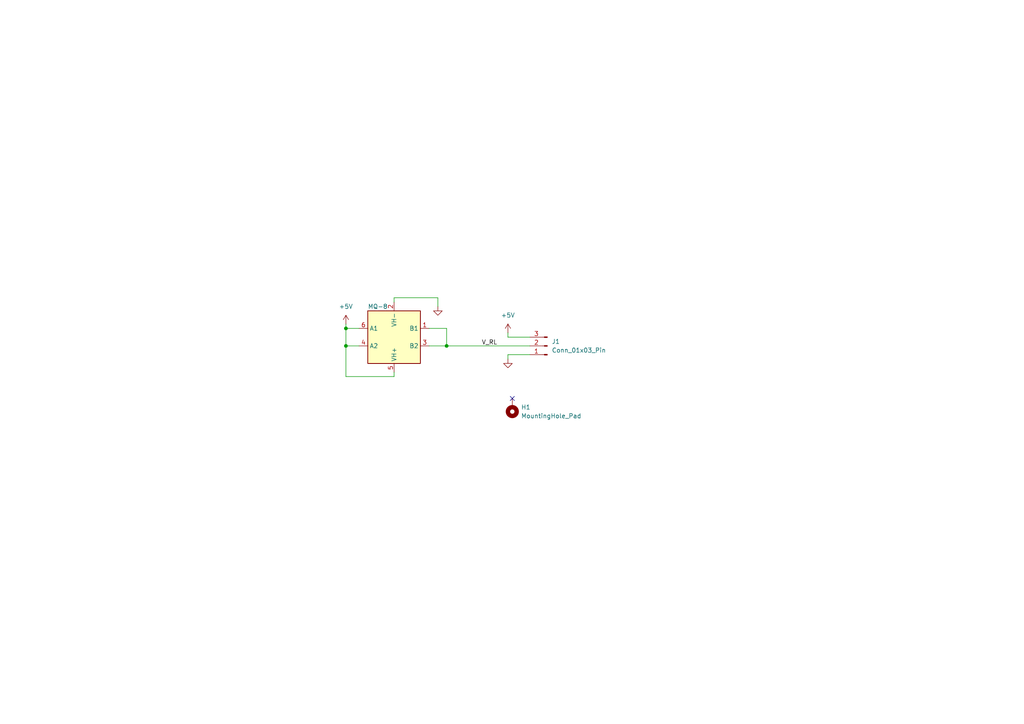
<source format=kicad_sch>
(kicad_sch (version 20230121) (generator eeschema)
  (paper "A4")
  (lib_symbols
    (symbol "Connector:Conn_01x03_Pin" (pin_names (offset 1.016) hide)
      (property "Reference" "J" (at 0 5.08 0))
      (property "Value" "Conn_01x03_Pin" (at 0 -5.08 0))
      (symbol "Conn_01x03_Pin_1_1"
        (polyline (pts (xy 1.27 -2.54) (xy 0.8636 -2.54)) (stroke (width 0.1524)))
        (polyline (pts (xy 1.27 0) (xy 0.8636 0)) (stroke (width 0.1524)))
        (polyline (pts (xy 1.27 2.54) (xy 0.8636 2.54)) (stroke (width 0.1524)))
        (rectangle (start 0.8636 -2.413) (end 0 -2.667) (stroke (width 0.1524)) (fill (type outline)))
        (rectangle (start 0.8636 0.127) (end 0 -0.127) (stroke (width 0.1524)) (fill (type outline)))
        (rectangle (start 0.8636 2.667) (end 0 2.413) (stroke (width 0.1524)) (fill (type outline)))
        (pin passive line (at 5.08 2.54 180) (length 3.81) (name "Pin_1") (number "1"))
        (pin passive line (at 5.08 0 180) (length 3.81) (name "Pin_2") (number "2"))
        (pin passive line (at 5.08 -2.54 180) (length 3.81) (name "Pin_3") (number "3"))
      )
    )
    (symbol "Mechanical:MountingHole_Pad" (pin_numbers hide) (pin_names (offset 1.016) hide)
      (property "Reference" "H" (at 0 6.35 0))
      (property "Value" "MountingHole_Pad" (at 0 4.445 0))
      (symbol "MountingHole_Pad_0_1"
        (circle (center 0 1.27) (radius 1.27) (stroke (width 1.27)))
      )
      (symbol "MountingHole_Pad_1_1"
        (pin input line (at 0 -2.54 90) (length 2.54) (name "1") (number "1"))
      )
    )
    (symbol "Sensor_h2sen_winsen_mq8:MQ-8"
      (property "Reference" "U1" (at 2.0194 12.7 0))
      (property "Value" "MQ-8" (at 2.0194 10.16 0))
      (symbol "MQ-8_0_1"
        (rectangle (start -7.62 7.62) (end 7.62 -7.62) (stroke (width 0.254)) (fill (type background)))
      )
      (symbol "MQ-8_1_1"
        (pin passive line (at 10.16 2.54 180) (length 2.54) (name "B1") (number "1"))
        (pin power_in line (at 0 10.16 270) (length 2.54) (name "VH-") (number "2"))
        (pin passive line (at 10.16 -2.54 180) (length 2.54) (name "B2") (number "3"))
        (pin passive line (at -10.16 -2.54 0) (length 2.54) (name "A2") (number "4"))
        (pin power_in line (at 0 -10.16 90) (length 2.54) (name "VH+") (number "5"))
        (pin passive line (at -10.16 2.54 0) (length 2.54) (name "A1") (number "6"))
      )
    )
    (symbol "power:+5V" (power) (pin_names (offset 0))
      (property "Value" "+5V" (at 0 3.556 0))
      (symbol "+5V_0_1"
        (polyline (pts (xy -0.762 1.27) (xy 0 2.54)))
        (polyline (pts (xy 0 0) (xy 0 2.54)))
        (polyline (pts (xy 0 2.54) (xy 0.762 1.27)))
      )
      (symbol "+5V_1_1"
        (pin power_in line (at 0 0 90) (length 0) hide (name "+5V") (number "1"))
      )
    )
    (symbol "power:GND" (power) (pin_names (offset 0))
      (property "Value" "GND" (at 0 -3.81 0))
      (symbol "GND_0_1"
        (polyline (pts (xy 0 0) (xy 0 -1.27) (xy 1.27 -1.27) (xy 0 -2.54) (xy -1.27 -1.27) (xy 0 -1.27)))
      )
      (symbol "GND_1_1"
        (pin power_in line (at 0 0 270) (length 0) hide (name "GND") (number "1"))
      )
    )
  )
  (junction (at 100.33 100.33))
  (junction (at 100.33 95.25))
  (junction (at 129.54 100.33))
  (no_connect (at 148.59 115.57))
  (wire (pts (xy 129.54 95.25) (xy 129.54 100.33)))
  (wire (pts (xy 100.33 100.33) (xy 100.33 95.25)))
  (wire (pts (xy 124.46 100.33) (xy 129.54 100.33)))
  (wire (pts (xy 147.32 97.79) (xy 147.32 96.52)))
  (wire (pts (xy 104.14 95.25) (xy 100.33 95.25)))
  (wire (pts (xy 114.3 86.36) (xy 114.3 87.63)))
  (wire (pts (xy 104.14 100.33) (xy 100.33 100.33)))
  (wire (pts (xy 147.32 104.14) (xy 147.32 102.87)))
  (wire (pts (xy 127 86.36) (xy 127 88.9)))
  (wire (pts (xy 100.33 95.25) (xy 100.33 93.98)))
  (wire (pts (xy 114.3 109.22) (xy 100.33 109.22)))
  (wire (pts (xy 147.32 102.87) (xy 153.67 102.87)))
  (wire (pts (xy 114.3 86.36) (xy 127 86.36)))
  (wire (pts (xy 129.54 100.33) (xy 153.67 100.33)))
  (wire (pts (xy 147.32 97.79) (xy 153.67 97.79)))
  (wire (pts (xy 114.3 109.22) (xy 114.3 107.95)))
  (wire (pts (xy 124.46 95.25) (xy 129.54 95.25)))
  (wire (pts (xy 100.33 100.33) (xy 100.33 109.22)))
  (label "V_RL" (at 139.7 100.33 0))
  (symbol (lib_id "Sensor_h2sen_winsen_mq8:MQ-8") (at 114.3 97.79 0) (unit 1)
    (property "Reference" "MQ-8" (at 106.68 88.9 0) (effects (justify left)))
    (property "Value" "MQ-8" (effects hide))
    (property "Footprint" "Modular sensor footprints:MQ-8" (effects hide))
    (property "Datasheet" "https://www.winsen-sensor.com/d/files/mq-8-(ver1_6)---manual.pdf" (effects hide))
  )
  (symbol (lib_id "power:+5V") (at 147.32 96.52 0) (unit 1)
    (property "Reference" "#PWR02" (effects hide))
    (property "Value" "+5V" (at 147.32 91.44 0))
  )
  (symbol (lib_id "Connector:Conn_01x03_Pin") (at 158.75 100.33 180) (unit 1)
    (property "Reference" "J1" (at 160.02 99.06 0) (effects (justify right)))
    (property "Value" "Conn_01x03_Pin" (at 160.02 101.6 0) (effects (justify right)))
    (property "Footprint" "Connector_PinHeader_2.54mm:PinHeader_1x03_P2.54mm_Vertical" (effects hide))
    (property "LCSC" "C49257" (effects hide))
  )
  (symbol (lib_id "power:GND") (at 127 88.9 0) (unit 1)
    (property "Reference" "#PWR0102" (effects hide))
    (property "Value" "GND" (effects hide))
  )
  (symbol (lib_id "Mechanical:MountingHole_Pad") (at 148.59 118.11 180) (unit 1)
    (property "Reference" "H1" (at 151.13 118.11 0) (effects (justify right)))
    (property "Value" "MountingHole_Pad" (at 151.13 120.65 0) (effects (justify right)))
    (property "Footprint" "MountingHole:MountingHole_3.2mm_M3_Pad" (effects hide))
  )
  (symbol (lib_id "power:+5V") (at 100.33 93.98 0) (unit 1)
    (property "Reference" "#PWR0101" (effects hide))
    (property "Value" "+5V" (at 100.33 88.9 0))
  )
  (symbol (lib_id "power:GND") (at 147.32 104.14 0) (unit 1)
    (property "Reference" "#PWR03" (effects hide))
    (property "Value" "GND" (effects hide))
  )
)
</source>
